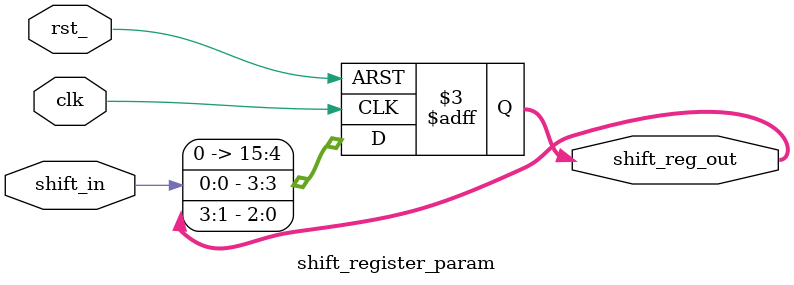
<source format=v>
module shift_register_param #
  (
   parameter reg_width = 16, //register's width
   parameter reset_value = 'b0 //reset value
   )(
     input 			clk,
     input 			rst_, //asynchronous
     input 			shift_in, //shift in
     output reg [reg_width-1:0] shift_reg_out
     );

   always @ (posedge clk or negedge rst_)
     if (!rst_) 
       shift_reg_out <= reset_value;
     else 
       shift_reg_out <= {shift_in, shift_reg_out[3:1]};
endmodule 

</source>
